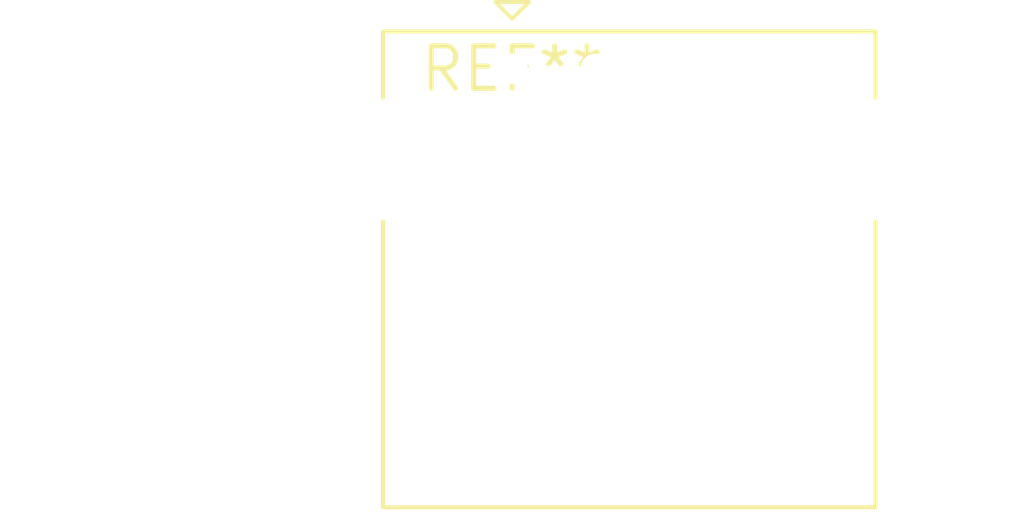
<source format=kicad_pcb>
(kicad_pcb (version 20240108) (generator pcbnew)
  (layers (0 "F.Cu" signal) (31 "B.Cu" signal) (34 "B.Paste" user) (35 "F.Paste" user) (36 "B.SilkS" user "B.Silkscreen") (37 "F.SilkS" user "F.Silkscreen") (38 "B.Mask" user) (39 "F.Mask" user) (44 "Edge.Cuts" user))
  (net 0 "")
  (footprint "USB_A_CONNFLY_DS1095-WNR0" (layer "F.Cu") (at 0 0)
    (property "Reference" "REF**")
    (property "Value" "USB_A_CONNFLY_DS1095-WNR0")
    (fp_line (start -3.86 -1.12) (end -3.86 0.86) (layer "F.SilkS") (stroke (width 0.12)))
    (fp_line (start -3.86 -1.12) (end 10.86 -1.12) (layer "F.SilkS") (stroke (width 0.12)))
    (fp_line (start -3.86 4.56) (end -3.86 13.1) (layer "F.SilkS") (stroke (width 0.12)))
    (fp_line (start -3.86 13.1) (end 10.86 13.1) (layer "F.SilkS") (stroke (width 0.12)))
    (fp_line (start -0.5 -2) (end 0 -1.5) (layer "F.SilkS") (stroke (width 0.12)))
    (fp_line (start 0 -1.5) (end 0.5 -2) (layer "F.SilkS") (stroke (width 0.12)))
    (fp_line (start 0.5 -2) (end -0.5 -2) (layer "F.SilkS") (stroke (width 0.12)))
    (fp_line (start 10.86 0.86) (end 10.86 -1.12) (layer "F.SilkS") (stroke (width 0.12)))
    (fp_line (start 10.86 4.56) (end 10.86 13.1) (layer "F.SilkS") (stroke (width 0.12)))
    (pad "1" thru_hole rect (at 0 0) (size 1.524 1.524) (drill 0.92) (layers *.Cu *.Mask) (remove_unused_layers))
    (pad "2" thru_hole circle (at 2.5 0) (size 1.524 1.524) (drill 0.92) (layers *.Cu *.Mask) (remove_unused_layers))
    (pad "3" thru_hole circle (at 4.5 0) (size 1.524 1.524) (drill 0.92) (layers *.Cu *.Mask) (remove_unused_layers))
    (pad "4" thru_hole circle (at 7 0) (size 1.524 1.524) (drill 0.92) (layers *.Cu *.Mask) (remove_unused_layers))
    (pad "5" thru_hole circle (at -3.07 2.71) (size 3.5 3.5) (drill 2.3) (layers *.Cu *.Mask) (remove_unused_layers))
    (pad "5" thru_hole circle (at 10.07 2.71) (size 3.5 3.5) (drill 2.3) (layers *.Cu *.Mask) (remove_unused_layers))
  )
)
</source>
